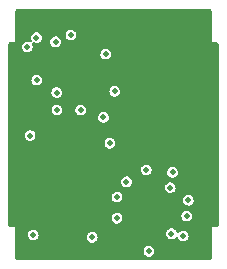
<source format=gbr>
%TF.GenerationSoftware,KiCad,Pcbnew,6.0.7-f9a2dced07~116~ubuntu20.04.1*%
%TF.CreationDate,2022-09-18T16:57:55+02:00*%
%TF.ProjectId,SRRReceiver,53525252-6563-4656-9976-65722e6b6963,rev?*%
%TF.SameCoordinates,Original*%
%TF.FileFunction,Copper,L2,Inr*%
%TF.FilePolarity,Positive*%
%FSLAX46Y46*%
G04 Gerber Fmt 4.6, Leading zero omitted, Abs format (unit mm)*
G04 Created by KiCad (PCBNEW 6.0.7-f9a2dced07~116~ubuntu20.04.1) date 2022-09-18 16:57:55*
%MOMM*%
%LPD*%
G01*
G04 APERTURE LIST*
%TA.AperFunction,ComponentPad*%
%ADD10R,0.500000X0.900000*%
%TD*%
%TA.AperFunction,ViaPad*%
%ADD11C,0.500000*%
%TD*%
G04 APERTURE END LIST*
D10*
%TO.N,GND*%
%TO.C,AE2*%
X133000000Y-82550000D03*
%TD*%
%TO.N,GND*%
%TO.C,AE1*%
X115600000Y-95900000D03*
%TD*%
D11*
%TO.N,GND*%
X130300000Y-79250000D03*
X120300000Y-83300000D03*
X130300000Y-99300000D03*
X127100000Y-96000000D03*
X130250000Y-80400000D03*
X116500000Y-98400000D03*
X128700000Y-85700000D03*
X126850000Y-80350000D03*
X116400000Y-92600000D03*
X118874500Y-98600000D03*
X131932578Y-87123938D03*
X125100000Y-79200000D03*
X124200000Y-90700000D03*
X128750000Y-81250000D03*
X116600000Y-79200000D03*
X126300000Y-79200000D03*
X117800000Y-92000000D03*
X116400000Y-91500000D03*
X116075500Y-82700000D03*
X131800000Y-94600000D03*
X121150000Y-83300000D03*
X125650000Y-85350000D03*
X127700000Y-79200000D03*
X118000000Y-79200000D03*
X119900000Y-79200000D03*
X116500000Y-97400000D03*
X131600000Y-81500000D03*
X127850000Y-86250000D03*
X121150000Y-84200000D03*
X116600000Y-89000000D03*
X116400000Y-90400000D03*
X129968767Y-92881233D03*
X122500000Y-93900000D03*
X131800000Y-91500000D03*
X128100000Y-96000000D03*
X118600000Y-86200000D03*
X131800000Y-90400000D03*
X131650000Y-79250000D03*
X131100000Y-89300000D03*
X116300000Y-94900000D03*
X131989502Y-86000000D03*
X131650000Y-80400000D03*
X117600000Y-99400000D03*
X116500000Y-99400000D03*
X132000000Y-99200000D03*
X128850000Y-82350000D03*
X116600000Y-80200000D03*
X130900000Y-97400000D03*
X117800000Y-80000000D03*
X122200000Y-79200000D03*
X116200000Y-86850000D03*
X120900000Y-91700000D03*
X120300000Y-84200000D03*
X118750000Y-94100000D03*
X127100000Y-95100000D03*
X130300000Y-91500000D03*
X131600000Y-82550000D03*
X128050000Y-81600000D03*
X132000000Y-98100000D03*
X121700000Y-98800000D03*
X131100000Y-88100000D03*
X129100000Y-79250000D03*
X127750000Y-80350000D03*
X117050000Y-92100000D03*
X123800000Y-79200000D03*
X127100000Y-91450000D03*
X128100000Y-95100000D03*
X120700000Y-93900000D03*
X131100000Y-98600000D03*
X125200000Y-82300000D03*
X121000000Y-79600000D03*
X129100000Y-90400000D03*
X129100000Y-80350000D03*
%TO.N,SPI2_MOSI*%
X129200000Y-97600000D03*
%TO.N,SPI2_NSS*%
X129300000Y-92400000D03*
%TO.N,VDD*%
X124409502Y-85550000D03*
X125400000Y-93200000D03*
X124600000Y-96300000D03*
X123450000Y-87750000D03*
X127300000Y-99100000D03*
X127068951Y-92198355D03*
X117800000Y-84600000D03*
X130635298Y-94764702D03*
X124600000Y-94500000D03*
X121522266Y-87122266D03*
X123637500Y-82387500D03*
X122500000Y-97900000D03*
X120700000Y-80778732D03*
%TO.N,SPI2_SCK*%
X130200000Y-97800000D03*
%TO.N,SPI1_SCK*%
X117775500Y-81000000D03*
%TO.N,SPI1_MISO*%
X117000000Y-81800000D03*
%TO.N,SPI1_NSS*%
X119509436Y-87121902D03*
%TO.N,SPI2_MISO*%
X130500000Y-96100000D03*
X124000000Y-89950000D03*
%TO.N,SPI1_MOSI*%
X119400000Y-81350000D03*
%TO.N,GD0_INT_2*%
X129100000Y-93700000D03*
X117500000Y-97700000D03*
%TO.N,GD0_INT_1*%
X117236803Y-89289456D03*
X119500000Y-85650000D03*
%TD*%
%TA.AperFunction,Conductor*%
%TO.N,GND*%
G36*
X132541121Y-78621002D02*
G01*
X132587614Y-78674658D01*
X132599000Y-78727000D01*
X132599000Y-81399802D01*
X132598918Y-81400000D01*
X132599000Y-81400198D01*
X132599235Y-81400765D01*
X132600000Y-81401082D01*
X132600198Y-81401000D01*
X133074000Y-81401000D01*
X133142121Y-81421002D01*
X133188614Y-81474658D01*
X133200000Y-81527000D01*
X133200000Y-96873000D01*
X133179998Y-96941121D01*
X133126342Y-96987614D01*
X133074000Y-96999000D01*
X132600198Y-96999000D01*
X132600000Y-96998918D01*
X132599802Y-96999000D01*
X132599235Y-96999235D01*
X132598918Y-97000000D01*
X132599000Y-97000198D01*
X132599000Y-99673000D01*
X132578998Y-99741121D01*
X132525342Y-99787614D01*
X132473000Y-99799000D01*
X127390153Y-99799000D01*
X127322032Y-99778998D01*
X127301443Y-99755237D01*
X127291797Y-99769676D01*
X127226702Y-99798017D01*
X127210990Y-99799000D01*
X116127000Y-99799000D01*
X116058879Y-99778998D01*
X116012386Y-99725342D01*
X116001000Y-99673000D01*
X116001000Y-99094440D01*
X126844901Y-99094440D01*
X126846065Y-99103342D01*
X126846065Y-99103345D01*
X126860468Y-99213489D01*
X126860469Y-99213493D01*
X126861633Y-99222394D01*
X126913605Y-99340510D01*
X126996639Y-99439291D01*
X127104060Y-99510796D01*
X127227233Y-99549278D01*
X127232720Y-99549379D01*
X127295182Y-99579257D01*
X127300108Y-99587230D01*
X127357011Y-99551437D01*
X127472092Y-99520062D01*
X127472093Y-99520062D01*
X127480755Y-99517700D01*
X127488405Y-99513003D01*
X127488407Y-99513002D01*
X127583072Y-99454878D01*
X127583075Y-99454875D01*
X127590724Y-99450179D01*
X127596750Y-99443522D01*
X127671300Y-99361161D01*
X127671303Y-99361157D01*
X127677322Y-99354507D01*
X127733588Y-99238375D01*
X127754997Y-99111120D01*
X127755133Y-99100000D01*
X127736839Y-98972259D01*
X127683428Y-98854788D01*
X127599193Y-98757028D01*
X127490906Y-98686841D01*
X127482311Y-98684271D01*
X127482310Y-98684270D01*
X127375874Y-98652438D01*
X127375872Y-98652438D01*
X127367273Y-98649866D01*
X127358298Y-98649811D01*
X127358297Y-98649811D01*
X127303641Y-98649477D01*
X127238231Y-98649078D01*
X127226475Y-98652438D01*
X127122786Y-98682072D01*
X127122784Y-98682073D01*
X127114155Y-98684539D01*
X127005019Y-98753399D01*
X126919596Y-98850122D01*
X126915782Y-98858245D01*
X126915781Y-98858247D01*
X126889794Y-98913598D01*
X126864754Y-98966932D01*
X126863374Y-98975798D01*
X126846282Y-99085567D01*
X126846282Y-99085571D01*
X126844901Y-99094440D01*
X116001000Y-99094440D01*
X116001000Y-97694440D01*
X117044901Y-97694440D01*
X117046065Y-97703342D01*
X117046065Y-97703345D01*
X117060468Y-97813489D01*
X117060469Y-97813493D01*
X117061633Y-97822394D01*
X117113605Y-97940510D01*
X117119382Y-97947383D01*
X117119383Y-97947384D01*
X117188431Y-98029526D01*
X117196639Y-98039291D01*
X117304060Y-98110796D01*
X117372858Y-98132290D01*
X117418124Y-98146432D01*
X117427233Y-98149278D01*
X117436203Y-98149442D01*
X117436207Y-98149443D01*
X117494942Y-98150519D01*
X117556255Y-98151643D01*
X117627240Y-98132290D01*
X117672092Y-98120062D01*
X117672093Y-98120062D01*
X117680755Y-98117700D01*
X117688405Y-98113003D01*
X117688407Y-98113002D01*
X117783072Y-98054878D01*
X117783075Y-98054875D01*
X117790724Y-98050179D01*
X117799476Y-98040510D01*
X117871300Y-97961161D01*
X117871303Y-97961157D01*
X117877322Y-97954507D01*
X117906424Y-97894440D01*
X122044901Y-97894440D01*
X122046065Y-97903342D01*
X122046065Y-97903345D01*
X122060468Y-98013489D01*
X122060469Y-98013493D01*
X122061633Y-98022394D01*
X122073535Y-98049443D01*
X122101709Y-98113473D01*
X122113605Y-98140510D01*
X122119382Y-98147383D01*
X122119383Y-98147384D01*
X122172686Y-98210796D01*
X122196639Y-98239291D01*
X122304060Y-98310796D01*
X122427233Y-98349278D01*
X122436203Y-98349442D01*
X122436207Y-98349443D01*
X122494942Y-98350519D01*
X122556255Y-98351643D01*
X122618505Y-98334671D01*
X122672092Y-98320062D01*
X122672093Y-98320062D01*
X122680755Y-98317700D01*
X122688405Y-98313003D01*
X122688407Y-98313002D01*
X122783072Y-98254878D01*
X122783075Y-98254875D01*
X122790724Y-98250179D01*
X122796750Y-98243522D01*
X122871300Y-98161161D01*
X122871303Y-98161157D01*
X122877322Y-98154507D01*
X122933588Y-98038375D01*
X122937067Y-98017700D01*
X122954190Y-97915917D01*
X122954997Y-97911120D01*
X122955133Y-97900000D01*
X122944019Y-97822394D01*
X122938112Y-97781145D01*
X122938111Y-97781142D01*
X122936839Y-97772259D01*
X122901457Y-97694440D01*
X122887145Y-97662962D01*
X122887143Y-97662959D01*
X122883428Y-97654788D01*
X122857625Y-97624842D01*
X122831429Y-97594440D01*
X128744901Y-97594440D01*
X128746065Y-97603342D01*
X128746065Y-97603345D01*
X128760468Y-97713489D01*
X128760469Y-97713493D01*
X128761633Y-97722394D01*
X128765250Y-97730614D01*
X128801716Y-97813489D01*
X128813605Y-97840510D01*
X128819382Y-97847383D01*
X128819383Y-97847384D01*
X128882879Y-97922922D01*
X128896639Y-97939291D01*
X129004060Y-98010796D01*
X129072858Y-98032290D01*
X129118124Y-98046432D01*
X129127233Y-98049278D01*
X129136203Y-98049442D01*
X129136207Y-98049443D01*
X129194942Y-98050519D01*
X129256255Y-98051643D01*
X129363538Y-98022394D01*
X129372092Y-98020062D01*
X129372093Y-98020062D01*
X129380755Y-98017700D01*
X129388405Y-98013003D01*
X129388407Y-98013002D01*
X129483072Y-97954878D01*
X129483075Y-97954875D01*
X129490724Y-97950179D01*
X129551379Y-97883168D01*
X129611920Y-97846089D01*
X129682900Y-97847626D01*
X129741781Y-97887294D01*
X129760434Y-97922922D01*
X129761633Y-97922394D01*
X129801716Y-98013489D01*
X129813605Y-98040510D01*
X129819382Y-98047383D01*
X129819383Y-98047384D01*
X129872686Y-98110796D01*
X129896639Y-98139291D01*
X130004060Y-98210796D01*
X130127233Y-98249278D01*
X130136203Y-98249442D01*
X130136207Y-98249443D01*
X130194942Y-98250519D01*
X130256255Y-98251643D01*
X130326782Y-98232415D01*
X130372092Y-98220062D01*
X130372093Y-98220062D01*
X130380755Y-98217700D01*
X130388405Y-98213003D01*
X130388407Y-98213002D01*
X130483072Y-98154878D01*
X130483075Y-98154875D01*
X130490724Y-98150179D01*
X130499476Y-98140510D01*
X130571300Y-98061161D01*
X130571303Y-98061157D01*
X130577322Y-98054507D01*
X130633588Y-97938375D01*
X130637367Y-97915917D01*
X130654190Y-97815917D01*
X130654997Y-97811120D01*
X130655133Y-97800000D01*
X130644019Y-97722394D01*
X130638112Y-97681145D01*
X130638111Y-97681142D01*
X130636839Y-97672259D01*
X130630468Y-97658247D01*
X130587145Y-97562962D01*
X130587143Y-97562959D01*
X130583428Y-97554788D01*
X130548529Y-97514286D01*
X130505051Y-97463826D01*
X130505049Y-97463824D01*
X130499193Y-97457028D01*
X130390906Y-97386841D01*
X130382311Y-97384271D01*
X130382310Y-97384270D01*
X130275874Y-97352438D01*
X130275872Y-97352438D01*
X130267273Y-97349866D01*
X130258298Y-97349811D01*
X130258297Y-97349811D01*
X130203641Y-97349477D01*
X130138231Y-97349078D01*
X130089652Y-97362962D01*
X130022786Y-97382072D01*
X130022784Y-97382073D01*
X130014155Y-97384539D01*
X130006565Y-97389328D01*
X129913600Y-97447985D01*
X129905019Y-97453399D01*
X129885237Y-97475798D01*
X129849656Y-97516085D01*
X129789570Y-97553903D01*
X129718576Y-97553232D01*
X129659215Y-97514286D01*
X129636942Y-97472978D01*
X129636839Y-97472259D01*
X129603985Y-97400000D01*
X129587145Y-97362962D01*
X129587143Y-97362959D01*
X129583428Y-97354788D01*
X129557625Y-97324842D01*
X129505051Y-97263826D01*
X129505049Y-97263824D01*
X129499193Y-97257028D01*
X129390906Y-97186841D01*
X129382311Y-97184271D01*
X129382310Y-97184270D01*
X129275874Y-97152438D01*
X129275872Y-97152438D01*
X129267273Y-97149866D01*
X129258298Y-97149811D01*
X129258297Y-97149811D01*
X129203641Y-97149477D01*
X129138231Y-97149078D01*
X129126475Y-97152438D01*
X129022786Y-97182072D01*
X129022784Y-97182073D01*
X129014155Y-97184539D01*
X128905019Y-97253399D01*
X128899076Y-97260128D01*
X128899075Y-97260129D01*
X128871174Y-97291721D01*
X128819596Y-97350122D01*
X128815782Y-97358245D01*
X128815781Y-97358247D01*
X128801189Y-97389328D01*
X128764754Y-97466932D01*
X128757381Y-97514286D01*
X128746282Y-97585567D01*
X128746282Y-97585571D01*
X128744901Y-97594440D01*
X122831429Y-97594440D01*
X122805051Y-97563826D01*
X122805049Y-97563824D01*
X122799193Y-97557028D01*
X122690906Y-97486841D01*
X122682311Y-97484271D01*
X122682310Y-97484270D01*
X122575874Y-97452438D01*
X122575872Y-97452438D01*
X122567273Y-97449866D01*
X122558298Y-97449811D01*
X122558297Y-97449811D01*
X122503641Y-97449477D01*
X122438231Y-97449078D01*
X122376193Y-97466808D01*
X122322786Y-97482072D01*
X122322784Y-97482073D01*
X122314155Y-97484539D01*
X122306565Y-97489328D01*
X122213600Y-97547985D01*
X122205019Y-97553399D01*
X122199076Y-97560128D01*
X122199075Y-97560129D01*
X122176609Y-97585567D01*
X122119596Y-97650122D01*
X122115782Y-97658245D01*
X122115781Y-97658247D01*
X122096178Y-97700000D01*
X122064754Y-97766932D01*
X122058849Y-97804859D01*
X122046282Y-97885567D01*
X122046282Y-97885571D01*
X122044901Y-97894440D01*
X117906424Y-97894440D01*
X117933588Y-97838375D01*
X117937367Y-97815917D01*
X117954190Y-97715917D01*
X117954997Y-97711120D01*
X117955133Y-97700000D01*
X117947026Y-97643394D01*
X117938112Y-97581145D01*
X117938111Y-97581142D01*
X117936839Y-97572259D01*
X117929914Y-97557028D01*
X117887145Y-97462962D01*
X117887143Y-97462959D01*
X117883428Y-97454788D01*
X117836220Y-97400000D01*
X117805051Y-97363826D01*
X117805049Y-97363824D01*
X117799193Y-97357028D01*
X117690906Y-97286841D01*
X117682311Y-97284271D01*
X117682310Y-97284270D01*
X117575874Y-97252438D01*
X117575872Y-97252438D01*
X117567273Y-97249866D01*
X117558298Y-97249811D01*
X117558297Y-97249811D01*
X117503641Y-97249477D01*
X117438231Y-97249078D01*
X117386629Y-97263826D01*
X117322786Y-97282072D01*
X117322784Y-97282073D01*
X117314155Y-97284539D01*
X117306565Y-97289328D01*
X117213600Y-97347985D01*
X117205019Y-97353399D01*
X117199076Y-97360128D01*
X117199075Y-97360129D01*
X117171174Y-97391721D01*
X117119596Y-97450122D01*
X117115782Y-97458245D01*
X117115781Y-97458247D01*
X117101189Y-97489328D01*
X117064754Y-97566932D01*
X117057874Y-97611120D01*
X117046282Y-97685567D01*
X117046282Y-97685571D01*
X117044901Y-97694440D01*
X116001000Y-97694440D01*
X116001000Y-97000198D01*
X116001082Y-97000000D01*
X116000765Y-96999235D01*
X116000198Y-96999000D01*
X116000000Y-96998918D01*
X115999802Y-96999000D01*
X115526000Y-96999000D01*
X115457879Y-96978998D01*
X115411386Y-96925342D01*
X115400000Y-96873000D01*
X115400000Y-96294440D01*
X124144901Y-96294440D01*
X124146065Y-96303342D01*
X124146065Y-96303345D01*
X124160468Y-96413489D01*
X124160469Y-96413493D01*
X124161633Y-96422394D01*
X124171258Y-96444268D01*
X124201709Y-96513473D01*
X124213605Y-96540510D01*
X124219382Y-96547383D01*
X124219383Y-96547384D01*
X124222963Y-96551643D01*
X124296639Y-96639291D01*
X124404060Y-96710796D01*
X124527233Y-96749278D01*
X124536203Y-96749442D01*
X124536207Y-96749443D01*
X124594942Y-96750519D01*
X124656255Y-96751643D01*
X124718505Y-96734672D01*
X124772092Y-96720062D01*
X124772093Y-96720062D01*
X124780755Y-96717700D01*
X124788405Y-96713003D01*
X124788407Y-96713002D01*
X124883072Y-96654878D01*
X124883075Y-96654875D01*
X124890724Y-96650179D01*
X124896750Y-96643522D01*
X124971300Y-96561161D01*
X124971303Y-96561157D01*
X124977322Y-96554507D01*
X125033588Y-96438375D01*
X125054997Y-96311120D01*
X125055133Y-96300000D01*
X125036839Y-96172259D01*
X125001457Y-96094440D01*
X130044901Y-96094440D01*
X130046065Y-96103342D01*
X130046065Y-96103345D01*
X130060468Y-96213489D01*
X130060469Y-96213493D01*
X130061633Y-96222394D01*
X130113605Y-96340510D01*
X130119382Y-96347383D01*
X130119383Y-96347384D01*
X130188431Y-96429526D01*
X130196639Y-96439291D01*
X130304060Y-96510796D01*
X130372858Y-96532290D01*
X130418124Y-96546432D01*
X130427233Y-96549278D01*
X130436203Y-96549442D01*
X130436207Y-96549443D01*
X130494942Y-96550519D01*
X130556255Y-96551643D01*
X130627240Y-96532290D01*
X130672092Y-96520062D01*
X130672093Y-96520062D01*
X130680755Y-96517700D01*
X130688405Y-96513003D01*
X130688407Y-96513002D01*
X130783072Y-96454878D01*
X130783075Y-96454875D01*
X130790724Y-96450179D01*
X130796750Y-96443522D01*
X130871300Y-96361161D01*
X130871303Y-96361157D01*
X130877322Y-96354507D01*
X130933588Y-96238375D01*
X130946086Y-96164090D01*
X130954190Y-96115917D01*
X130954997Y-96111120D01*
X130955133Y-96100000D01*
X130936839Y-95972259D01*
X130926086Y-95948608D01*
X130887145Y-95862962D01*
X130887143Y-95862959D01*
X130883428Y-95854788D01*
X130799193Y-95757028D01*
X130690906Y-95686841D01*
X130682311Y-95684271D01*
X130682310Y-95684270D01*
X130575874Y-95652438D01*
X130575872Y-95652438D01*
X130567273Y-95649866D01*
X130558298Y-95649811D01*
X130558297Y-95649811D01*
X130503641Y-95649477D01*
X130438231Y-95649078D01*
X130426475Y-95652438D01*
X130322786Y-95682072D01*
X130322784Y-95682073D01*
X130314155Y-95684539D01*
X130205019Y-95753399D01*
X130119596Y-95850122D01*
X130115782Y-95858245D01*
X130115781Y-95858247D01*
X130101189Y-95889328D01*
X130064754Y-95966932D01*
X130063374Y-95975798D01*
X130046282Y-96085567D01*
X130046282Y-96085571D01*
X130044901Y-96094440D01*
X125001457Y-96094440D01*
X124987145Y-96062962D01*
X124987143Y-96062959D01*
X124983428Y-96054788D01*
X124957625Y-96024842D01*
X124905051Y-95963826D01*
X124905049Y-95963824D01*
X124899193Y-95957028D01*
X124790906Y-95886841D01*
X124782311Y-95884271D01*
X124782310Y-95884270D01*
X124675874Y-95852438D01*
X124675872Y-95852438D01*
X124667273Y-95849866D01*
X124658298Y-95849811D01*
X124658297Y-95849811D01*
X124603641Y-95849477D01*
X124538231Y-95849078D01*
X124489652Y-95862962D01*
X124422786Y-95882072D01*
X124422784Y-95882073D01*
X124414155Y-95884539D01*
X124305019Y-95953399D01*
X124299076Y-95960128D01*
X124299075Y-95960129D01*
X124231351Y-96036812D01*
X124219596Y-96050122D01*
X124215782Y-96058245D01*
X124215781Y-96058247D01*
X124196178Y-96100000D01*
X124164754Y-96166932D01*
X124163374Y-96175798D01*
X124146282Y-96285567D01*
X124146282Y-96285571D01*
X124144901Y-96294440D01*
X115400000Y-96294440D01*
X115400000Y-94494440D01*
X124144901Y-94494440D01*
X124146065Y-94503342D01*
X124146065Y-94503345D01*
X124160468Y-94613489D01*
X124160469Y-94613493D01*
X124161633Y-94622394D01*
X124213605Y-94740510D01*
X124296639Y-94839291D01*
X124404060Y-94910796D01*
X124527233Y-94949278D01*
X124536203Y-94949442D01*
X124536207Y-94949443D01*
X124594942Y-94950519D01*
X124656255Y-94951643D01*
X124718505Y-94934671D01*
X124772092Y-94920062D01*
X124772093Y-94920062D01*
X124780755Y-94917700D01*
X124788405Y-94913003D01*
X124788407Y-94913002D01*
X124883072Y-94854878D01*
X124883075Y-94854875D01*
X124890724Y-94850179D01*
X124896750Y-94843522D01*
X124971300Y-94761161D01*
X124971303Y-94761157D01*
X124973127Y-94759142D01*
X130180199Y-94759142D01*
X130181363Y-94768044D01*
X130181363Y-94768047D01*
X130195766Y-94878191D01*
X130195767Y-94878195D01*
X130196931Y-94887096D01*
X130248903Y-95005212D01*
X130331937Y-95103993D01*
X130439358Y-95175498D01*
X130562531Y-95213980D01*
X130571501Y-95214144D01*
X130571505Y-95214145D01*
X130630240Y-95215221D01*
X130691553Y-95216345D01*
X130753803Y-95199373D01*
X130807390Y-95184764D01*
X130807391Y-95184764D01*
X130816053Y-95182402D01*
X130823703Y-95177705D01*
X130823705Y-95177704D01*
X130918370Y-95119580D01*
X130918373Y-95119577D01*
X130926022Y-95114881D01*
X130932048Y-95108224D01*
X131006598Y-95025863D01*
X131006601Y-95025859D01*
X131012620Y-95019209D01*
X131068886Y-94903077D01*
X131077786Y-94850179D01*
X131089488Y-94780619D01*
X131090295Y-94775822D01*
X131090431Y-94764702D01*
X131072137Y-94636961D01*
X131018726Y-94519490D01*
X130934491Y-94421730D01*
X130826204Y-94351543D01*
X130817609Y-94348973D01*
X130817608Y-94348972D01*
X130711172Y-94317140D01*
X130711170Y-94317140D01*
X130702571Y-94314568D01*
X130693596Y-94314513D01*
X130693595Y-94314513D01*
X130638939Y-94314179D01*
X130573529Y-94313780D01*
X130561773Y-94317140D01*
X130458084Y-94346774D01*
X130458082Y-94346775D01*
X130449453Y-94349241D01*
X130340317Y-94418101D01*
X130254894Y-94514824D01*
X130251080Y-94522947D01*
X130251079Y-94522949D01*
X130225092Y-94578300D01*
X130200052Y-94631634D01*
X130190924Y-94690260D01*
X130181580Y-94750269D01*
X130181580Y-94750273D01*
X130180199Y-94759142D01*
X124973127Y-94759142D01*
X124977322Y-94754507D01*
X125033588Y-94638375D01*
X125054997Y-94511120D01*
X125055133Y-94500000D01*
X125047748Y-94448433D01*
X125038112Y-94381145D01*
X125038111Y-94381142D01*
X125036839Y-94372259D01*
X125027420Y-94351543D01*
X124987145Y-94262962D01*
X124987143Y-94262959D01*
X124983428Y-94254788D01*
X124899193Y-94157028D01*
X124790906Y-94086841D01*
X124782311Y-94084271D01*
X124782310Y-94084270D01*
X124675874Y-94052438D01*
X124675872Y-94052438D01*
X124667273Y-94049866D01*
X124658298Y-94049811D01*
X124658297Y-94049811D01*
X124603641Y-94049477D01*
X124538231Y-94049078D01*
X124476193Y-94066808D01*
X124422786Y-94082072D01*
X124422784Y-94082073D01*
X124414155Y-94084539D01*
X124305019Y-94153399D01*
X124219596Y-94250122D01*
X124215782Y-94258245D01*
X124215781Y-94258247D01*
X124189794Y-94313598D01*
X124164754Y-94366932D01*
X124163374Y-94375798D01*
X124146282Y-94485567D01*
X124146282Y-94485571D01*
X124144901Y-94494440D01*
X115400000Y-94494440D01*
X115400000Y-93694440D01*
X128644901Y-93694440D01*
X128646065Y-93703342D01*
X128646065Y-93703345D01*
X128660468Y-93813489D01*
X128660469Y-93813493D01*
X128661633Y-93822394D01*
X128713605Y-93940510D01*
X128796639Y-94039291D01*
X128904060Y-94110796D01*
X129027233Y-94149278D01*
X129036203Y-94149442D01*
X129036207Y-94149443D01*
X129094942Y-94150519D01*
X129156255Y-94151643D01*
X129218505Y-94134671D01*
X129272092Y-94120062D01*
X129272093Y-94120062D01*
X129280755Y-94117700D01*
X129288405Y-94113003D01*
X129288407Y-94113002D01*
X129383072Y-94054878D01*
X129383075Y-94054875D01*
X129390724Y-94050179D01*
X129396750Y-94043522D01*
X129471300Y-93961161D01*
X129471303Y-93961157D01*
X129477322Y-93954507D01*
X129533588Y-93838375D01*
X129554997Y-93711120D01*
X129555133Y-93700000D01*
X129543347Y-93617700D01*
X129538112Y-93581145D01*
X129538111Y-93581142D01*
X129536839Y-93572259D01*
X129530724Y-93558809D01*
X129487145Y-93462962D01*
X129487143Y-93462959D01*
X129483428Y-93454788D01*
X129399193Y-93357028D01*
X129290906Y-93286841D01*
X129282311Y-93284271D01*
X129282310Y-93284270D01*
X129175874Y-93252438D01*
X129175872Y-93252438D01*
X129167273Y-93249866D01*
X129158298Y-93249811D01*
X129158297Y-93249811D01*
X129103641Y-93249477D01*
X129038231Y-93249078D01*
X129026475Y-93252438D01*
X128922786Y-93282072D01*
X128922784Y-93282073D01*
X128914155Y-93284539D01*
X128805019Y-93353399D01*
X128719596Y-93450122D01*
X128715782Y-93458245D01*
X128715781Y-93458247D01*
X128689794Y-93513598D01*
X128664754Y-93566932D01*
X128657581Y-93613002D01*
X128646282Y-93685567D01*
X128646282Y-93685571D01*
X128644901Y-93694440D01*
X115400000Y-93694440D01*
X115400000Y-93194440D01*
X124944901Y-93194440D01*
X124946065Y-93203342D01*
X124946065Y-93203345D01*
X124960468Y-93313489D01*
X124960469Y-93313493D01*
X124961633Y-93322394D01*
X125013605Y-93440510D01*
X125096639Y-93539291D01*
X125204060Y-93610796D01*
X125327233Y-93649278D01*
X125336203Y-93649442D01*
X125336207Y-93649443D01*
X125394942Y-93650519D01*
X125456255Y-93651643D01*
X125518505Y-93634671D01*
X125572092Y-93620062D01*
X125572093Y-93620062D01*
X125580755Y-93617700D01*
X125588405Y-93613003D01*
X125588407Y-93613002D01*
X125683072Y-93554878D01*
X125683075Y-93554875D01*
X125690724Y-93550179D01*
X125696750Y-93543522D01*
X125771300Y-93461161D01*
X125771303Y-93461157D01*
X125777322Y-93454507D01*
X125833588Y-93338375D01*
X125842691Y-93284270D01*
X125854190Y-93215917D01*
X125854997Y-93211120D01*
X125855133Y-93200000D01*
X125836839Y-93072259D01*
X125783428Y-92954788D01*
X125699193Y-92857028D01*
X125590906Y-92786841D01*
X125582311Y-92784271D01*
X125582310Y-92784270D01*
X125475874Y-92752438D01*
X125475872Y-92752438D01*
X125467273Y-92749866D01*
X125458298Y-92749811D01*
X125458297Y-92749811D01*
X125403641Y-92749477D01*
X125338231Y-92749078D01*
X125276193Y-92766809D01*
X125222786Y-92782072D01*
X125222784Y-92782073D01*
X125214155Y-92784539D01*
X125105019Y-92853399D01*
X125019596Y-92950122D01*
X125015782Y-92958245D01*
X125015781Y-92958247D01*
X124989794Y-93013598D01*
X124964754Y-93066932D01*
X124963374Y-93075798D01*
X124946282Y-93185567D01*
X124946282Y-93185571D01*
X124944901Y-93194440D01*
X115400000Y-93194440D01*
X115400000Y-92192795D01*
X126613852Y-92192795D01*
X126615016Y-92201697D01*
X126615016Y-92201700D01*
X126629419Y-92311844D01*
X126629420Y-92311848D01*
X126630584Y-92320749D01*
X126682556Y-92438865D01*
X126765590Y-92537646D01*
X126873011Y-92609151D01*
X126996184Y-92647633D01*
X127005154Y-92647797D01*
X127005158Y-92647798D01*
X127063893Y-92648874D01*
X127125206Y-92649998D01*
X127190157Y-92632290D01*
X127241043Y-92618417D01*
X127241044Y-92618417D01*
X127249706Y-92616055D01*
X127257356Y-92611358D01*
X127257358Y-92611357D01*
X127352023Y-92553233D01*
X127352026Y-92553230D01*
X127359675Y-92548534D01*
X127365701Y-92541877D01*
X127440251Y-92459516D01*
X127440254Y-92459512D01*
X127446273Y-92452862D01*
X127474578Y-92394440D01*
X128844901Y-92394440D01*
X128846065Y-92403342D01*
X128846065Y-92403345D01*
X128860468Y-92513489D01*
X128860469Y-92513493D01*
X128861633Y-92522394D01*
X128913605Y-92640510D01*
X128996639Y-92739291D01*
X129104060Y-92810796D01*
X129227233Y-92849278D01*
X129236203Y-92849442D01*
X129236207Y-92849443D01*
X129294942Y-92850519D01*
X129356255Y-92851643D01*
X129418505Y-92834671D01*
X129472092Y-92820062D01*
X129472093Y-92820062D01*
X129480755Y-92817700D01*
X129488405Y-92813003D01*
X129488407Y-92813002D01*
X129583072Y-92754878D01*
X129583075Y-92754875D01*
X129590724Y-92750179D01*
X129596750Y-92743522D01*
X129671300Y-92661161D01*
X129671303Y-92661157D01*
X129677322Y-92654507D01*
X129733588Y-92538375D01*
X129747975Y-92452862D01*
X129754190Y-92415917D01*
X129754997Y-92411120D01*
X129755133Y-92400000D01*
X129744805Y-92327881D01*
X129738112Y-92281145D01*
X129738111Y-92281142D01*
X129736839Y-92272259D01*
X129708293Y-92209475D01*
X129687145Y-92162962D01*
X129687143Y-92162959D01*
X129683428Y-92154788D01*
X129613949Y-92074153D01*
X129605051Y-92063826D01*
X129605049Y-92063824D01*
X129599193Y-92057028D01*
X129490906Y-91986841D01*
X129482311Y-91984271D01*
X129482310Y-91984270D01*
X129375874Y-91952438D01*
X129375872Y-91952438D01*
X129367273Y-91949866D01*
X129358298Y-91949811D01*
X129358297Y-91949811D01*
X129303641Y-91949477D01*
X129238231Y-91949078D01*
X129176193Y-91966809D01*
X129122786Y-91982072D01*
X129122784Y-91982073D01*
X129114155Y-91984539D01*
X129005019Y-92053399D01*
X128999076Y-92060128D01*
X128999075Y-92060129D01*
X128981967Y-92079500D01*
X128919596Y-92150122D01*
X128915782Y-92158245D01*
X128915781Y-92158247D01*
X128903727Y-92183922D01*
X128864754Y-92266932D01*
X128863374Y-92275798D01*
X128846282Y-92385567D01*
X128846282Y-92385571D01*
X128844901Y-92394440D01*
X127474578Y-92394440D01*
X127502539Y-92336730D01*
X127511891Y-92281145D01*
X127523141Y-92214272D01*
X127523948Y-92209475D01*
X127524084Y-92198355D01*
X127505790Y-92070614D01*
X127497394Y-92052148D01*
X127456096Y-91961317D01*
X127456094Y-91961314D01*
X127452379Y-91953143D01*
X127368144Y-91855383D01*
X127259857Y-91785196D01*
X127251262Y-91782626D01*
X127251261Y-91782625D01*
X127144825Y-91750793D01*
X127144823Y-91750793D01*
X127136224Y-91748221D01*
X127127249Y-91748166D01*
X127127248Y-91748166D01*
X127072592Y-91747832D01*
X127007182Y-91747433D01*
X126995426Y-91750793D01*
X126891737Y-91780427D01*
X126891735Y-91780428D01*
X126883106Y-91782894D01*
X126773970Y-91851754D01*
X126688547Y-91948477D01*
X126684733Y-91956600D01*
X126684732Y-91956602D01*
X126668244Y-91991721D01*
X126633705Y-92065287D01*
X126632325Y-92074153D01*
X126615233Y-92183922D01*
X126615233Y-92183926D01*
X126613852Y-92192795D01*
X115400000Y-92192795D01*
X115400000Y-89944440D01*
X123544901Y-89944440D01*
X123546065Y-89953342D01*
X123546065Y-89953345D01*
X123560468Y-90063489D01*
X123560469Y-90063493D01*
X123561633Y-90072394D01*
X123613605Y-90190510D01*
X123696639Y-90289291D01*
X123804060Y-90360796D01*
X123927233Y-90399278D01*
X123936203Y-90399442D01*
X123936207Y-90399443D01*
X123994942Y-90400519D01*
X124056255Y-90401643D01*
X124118505Y-90384672D01*
X124172092Y-90370062D01*
X124172093Y-90370062D01*
X124180755Y-90367700D01*
X124188405Y-90363003D01*
X124188407Y-90363002D01*
X124283072Y-90304878D01*
X124283075Y-90304875D01*
X124290724Y-90300179D01*
X124296750Y-90293522D01*
X124371300Y-90211161D01*
X124371303Y-90211157D01*
X124377322Y-90204507D01*
X124433588Y-90088375D01*
X124454997Y-89961120D01*
X124455133Y-89950000D01*
X124436839Y-89822259D01*
X124399863Y-89740934D01*
X124387145Y-89712962D01*
X124387143Y-89712959D01*
X124383428Y-89704788D01*
X124321553Y-89632978D01*
X124305051Y-89613826D01*
X124305049Y-89613824D01*
X124299193Y-89607028D01*
X124190906Y-89536841D01*
X124182311Y-89534271D01*
X124182310Y-89534270D01*
X124075874Y-89502438D01*
X124075872Y-89502438D01*
X124067273Y-89499866D01*
X124058298Y-89499811D01*
X124058297Y-89499811D01*
X124003641Y-89499477D01*
X123938231Y-89499078D01*
X123926475Y-89502438D01*
X123822786Y-89532072D01*
X123822784Y-89532073D01*
X123814155Y-89534539D01*
X123705019Y-89603399D01*
X123699076Y-89610128D01*
X123699075Y-89610129D01*
X123678237Y-89633724D01*
X123619596Y-89700122D01*
X123615782Y-89708245D01*
X123615781Y-89708247D01*
X123601468Y-89738734D01*
X123564754Y-89816932D01*
X123563374Y-89825798D01*
X123546282Y-89935567D01*
X123546282Y-89935571D01*
X123544901Y-89944440D01*
X115400000Y-89944440D01*
X115400000Y-89283896D01*
X116781704Y-89283896D01*
X116782868Y-89292798D01*
X116782868Y-89292801D01*
X116797271Y-89402945D01*
X116797272Y-89402949D01*
X116798436Y-89411850D01*
X116802053Y-89420070D01*
X116837903Y-89501545D01*
X116850408Y-89529966D01*
X116856185Y-89536839D01*
X116856186Y-89536840D01*
X116927662Y-89621871D01*
X116933442Y-89628747D01*
X117040863Y-89700252D01*
X117164036Y-89738734D01*
X117173006Y-89738898D01*
X117173010Y-89738899D01*
X117231745Y-89739975D01*
X117293058Y-89741099D01*
X117355308Y-89724128D01*
X117408895Y-89709518D01*
X117408896Y-89709518D01*
X117417558Y-89707156D01*
X117425208Y-89702459D01*
X117425210Y-89702458D01*
X117519875Y-89644334D01*
X117519878Y-89644331D01*
X117527527Y-89639635D01*
X117533553Y-89632978D01*
X117608103Y-89550617D01*
X117608106Y-89550613D01*
X117614125Y-89543963D01*
X117670391Y-89427831D01*
X117691800Y-89300576D01*
X117691936Y-89289456D01*
X117673642Y-89161715D01*
X117620231Y-89044244D01*
X117535996Y-88946484D01*
X117427709Y-88876297D01*
X117419114Y-88873727D01*
X117419113Y-88873726D01*
X117312677Y-88841894D01*
X117312675Y-88841894D01*
X117304076Y-88839322D01*
X117295101Y-88839267D01*
X117295100Y-88839267D01*
X117240444Y-88838933D01*
X117175034Y-88838534D01*
X117163278Y-88841894D01*
X117059589Y-88871528D01*
X117059587Y-88871529D01*
X117050958Y-88873995D01*
X116941822Y-88942855D01*
X116856399Y-89039578D01*
X116852585Y-89047701D01*
X116852584Y-89047703D01*
X116826597Y-89103054D01*
X116801557Y-89156388D01*
X116800177Y-89165254D01*
X116783085Y-89275023D01*
X116783085Y-89275027D01*
X116781704Y-89283896D01*
X115400000Y-89283896D01*
X115400000Y-87744440D01*
X122994901Y-87744440D01*
X122996065Y-87753342D01*
X122996065Y-87753345D01*
X123010468Y-87863489D01*
X123010469Y-87863493D01*
X123011633Y-87872394D01*
X123063605Y-87990510D01*
X123146639Y-88089291D01*
X123254060Y-88160796D01*
X123377233Y-88199278D01*
X123386203Y-88199442D01*
X123386207Y-88199443D01*
X123444942Y-88200519D01*
X123506255Y-88201643D01*
X123568505Y-88184672D01*
X123622092Y-88170062D01*
X123622093Y-88170062D01*
X123630755Y-88167700D01*
X123638405Y-88163003D01*
X123638407Y-88163002D01*
X123733072Y-88104878D01*
X123733075Y-88104875D01*
X123740724Y-88100179D01*
X123746750Y-88093522D01*
X123821300Y-88011161D01*
X123821303Y-88011157D01*
X123827322Y-88004507D01*
X123883588Y-87888375D01*
X123904997Y-87761120D01*
X123905133Y-87750000D01*
X123886839Y-87622259D01*
X123864856Y-87573909D01*
X123837145Y-87512962D01*
X123837143Y-87512959D01*
X123833428Y-87504788D01*
X123749193Y-87407028D01*
X123640906Y-87336841D01*
X123632311Y-87334271D01*
X123632310Y-87334270D01*
X123525874Y-87302438D01*
X123525872Y-87302438D01*
X123517273Y-87299866D01*
X123508298Y-87299811D01*
X123508297Y-87299811D01*
X123453641Y-87299477D01*
X123388231Y-87299078D01*
X123376475Y-87302438D01*
X123272786Y-87332072D01*
X123272784Y-87332073D01*
X123264155Y-87334539D01*
X123256565Y-87339328D01*
X123186673Y-87383427D01*
X123155019Y-87403399D01*
X123149076Y-87410128D01*
X123149075Y-87410129D01*
X123081351Y-87486812D01*
X123069596Y-87500122D01*
X123065782Y-87508245D01*
X123065781Y-87508247D01*
X123054131Y-87533062D01*
X123014754Y-87616932D01*
X123013374Y-87625798D01*
X122996282Y-87735567D01*
X122996282Y-87735571D01*
X122994901Y-87744440D01*
X115400000Y-87744440D01*
X115400000Y-87116342D01*
X119054337Y-87116342D01*
X119055501Y-87125244D01*
X119055501Y-87125247D01*
X119069904Y-87235391D01*
X119069905Y-87235395D01*
X119071069Y-87244296D01*
X119074686Y-87252516D01*
X119111790Y-87336841D01*
X119123041Y-87362412D01*
X119128818Y-87369285D01*
X119128819Y-87369286D01*
X119163151Y-87410129D01*
X119206075Y-87461193D01*
X119213552Y-87466170D01*
X119264558Y-87500122D01*
X119313496Y-87532698D01*
X119436669Y-87571180D01*
X119445639Y-87571344D01*
X119445643Y-87571345D01*
X119504378Y-87572421D01*
X119565691Y-87573545D01*
X119627941Y-87556573D01*
X119681528Y-87541964D01*
X119681529Y-87541964D01*
X119690191Y-87539602D01*
X119697841Y-87534905D01*
X119697843Y-87534904D01*
X119792508Y-87476780D01*
X119792511Y-87476777D01*
X119800160Y-87472081D01*
X119809686Y-87461557D01*
X119880736Y-87383063D01*
X119880739Y-87383059D01*
X119886758Y-87376409D01*
X119943024Y-87260277D01*
X119945652Y-87244660D01*
X119963626Y-87137819D01*
X119964433Y-87133022D01*
X119964569Y-87121902D01*
X119963825Y-87116706D01*
X121067167Y-87116706D01*
X121068331Y-87125608D01*
X121068331Y-87125611D01*
X121082734Y-87235755D01*
X121082735Y-87235759D01*
X121083899Y-87244660D01*
X121135871Y-87362776D01*
X121141648Y-87369649D01*
X121141649Y-87369650D01*
X121175675Y-87410129D01*
X121218905Y-87461557D01*
X121326326Y-87533062D01*
X121449499Y-87571544D01*
X121458469Y-87571708D01*
X121458473Y-87571709D01*
X121517208Y-87572785D01*
X121578521Y-87573909D01*
X121640771Y-87556937D01*
X121694358Y-87542328D01*
X121694359Y-87542328D01*
X121703021Y-87539966D01*
X121710671Y-87535269D01*
X121710673Y-87535268D01*
X121805338Y-87477144D01*
X121805341Y-87477141D01*
X121812990Y-87472445D01*
X121819345Y-87465424D01*
X121893566Y-87383427D01*
X121893569Y-87383423D01*
X121899588Y-87376773D01*
X121955854Y-87260641D01*
X121977263Y-87133386D01*
X121977399Y-87122266D01*
X121959105Y-86994525D01*
X121905694Y-86877054D01*
X121821459Y-86779294D01*
X121713172Y-86709107D01*
X121704577Y-86706537D01*
X121704576Y-86706536D01*
X121598140Y-86674704D01*
X121598138Y-86674704D01*
X121589539Y-86672132D01*
X121580564Y-86672077D01*
X121580563Y-86672077D01*
X121525907Y-86671743D01*
X121460497Y-86671344D01*
X121448741Y-86674704D01*
X121345052Y-86704338D01*
X121345050Y-86704339D01*
X121336421Y-86706805D01*
X121227285Y-86775665D01*
X121221342Y-86782394D01*
X121221341Y-86782395D01*
X121218076Y-86786092D01*
X121141862Y-86872388D01*
X121138048Y-86880511D01*
X121138047Y-86880513D01*
X121112060Y-86935864D01*
X121087020Y-86989198D01*
X121085640Y-86998064D01*
X121068548Y-87107833D01*
X121068548Y-87107837D01*
X121067167Y-87116706D01*
X119963825Y-87116706D01*
X119946275Y-86994161D01*
X119940160Y-86980711D01*
X119896581Y-86884864D01*
X119896579Y-86884861D01*
X119892864Y-86876690D01*
X119867061Y-86846744D01*
X119814487Y-86785728D01*
X119814485Y-86785726D01*
X119808629Y-86778930D01*
X119700342Y-86708743D01*
X119691747Y-86706173D01*
X119691746Y-86706172D01*
X119585310Y-86674340D01*
X119585308Y-86674340D01*
X119576709Y-86671768D01*
X119567734Y-86671713D01*
X119567733Y-86671713D01*
X119513077Y-86671379D01*
X119447667Y-86670980D01*
X119385629Y-86688711D01*
X119332222Y-86703974D01*
X119332220Y-86703975D01*
X119323591Y-86706441D01*
X119214455Y-86775301D01*
X119208512Y-86782030D01*
X119208511Y-86782031D01*
X119140787Y-86858714D01*
X119129032Y-86872024D01*
X119125218Y-86880147D01*
X119125217Y-86880149D01*
X119099230Y-86935500D01*
X119074190Y-86988834D01*
X119065062Y-87047460D01*
X119055718Y-87107469D01*
X119055718Y-87107473D01*
X119054337Y-87116342D01*
X115400000Y-87116342D01*
X115400000Y-85644440D01*
X119044901Y-85644440D01*
X119046065Y-85653342D01*
X119046065Y-85653345D01*
X119060468Y-85763489D01*
X119060469Y-85763493D01*
X119061633Y-85772394D01*
X119113605Y-85890510D01*
X119119382Y-85897383D01*
X119119383Y-85897384D01*
X119172686Y-85960796D01*
X119196639Y-85989291D01*
X119304060Y-86060796D01*
X119427233Y-86099278D01*
X119436203Y-86099442D01*
X119436207Y-86099443D01*
X119494942Y-86100519D01*
X119556255Y-86101643D01*
X119618505Y-86084672D01*
X119672092Y-86070062D01*
X119672093Y-86070062D01*
X119680755Y-86067700D01*
X119688405Y-86063003D01*
X119688407Y-86063002D01*
X119783072Y-86004878D01*
X119783075Y-86004875D01*
X119790724Y-86000179D01*
X119796750Y-85993522D01*
X119871300Y-85911161D01*
X119871303Y-85911157D01*
X119877322Y-85904507D01*
X119933588Y-85788375D01*
X119954997Y-85661120D01*
X119955133Y-85650000D01*
X119947748Y-85598433D01*
X119940016Y-85544440D01*
X123954403Y-85544440D01*
X123955567Y-85553342D01*
X123955567Y-85553345D01*
X123969970Y-85663489D01*
X123969971Y-85663493D01*
X123971135Y-85672394D01*
X123974752Y-85680614D01*
X124011218Y-85763489D01*
X124023107Y-85790510D01*
X124106141Y-85889291D01*
X124213562Y-85960796D01*
X124336735Y-85999278D01*
X124345705Y-85999442D01*
X124345709Y-85999443D01*
X124404444Y-86000519D01*
X124465757Y-86001643D01*
X124536284Y-85982415D01*
X124581594Y-85970062D01*
X124581595Y-85970062D01*
X124590257Y-85967700D01*
X124597907Y-85963003D01*
X124597909Y-85963002D01*
X124692574Y-85904878D01*
X124692577Y-85904875D01*
X124700226Y-85900179D01*
X124708978Y-85890510D01*
X124780802Y-85811161D01*
X124780805Y-85811157D01*
X124786824Y-85804507D01*
X124843090Y-85688375D01*
X124846869Y-85665917D01*
X124863692Y-85565917D01*
X124864499Y-85561120D01*
X124864635Y-85550000D01*
X124846341Y-85422259D01*
X124839970Y-85408247D01*
X124796647Y-85312962D01*
X124796645Y-85312959D01*
X124792930Y-85304788D01*
X124767127Y-85274842D01*
X124714553Y-85213826D01*
X124714551Y-85213824D01*
X124708695Y-85207028D01*
X124600408Y-85136841D01*
X124591813Y-85134271D01*
X124591812Y-85134270D01*
X124485376Y-85102438D01*
X124485374Y-85102438D01*
X124476775Y-85099866D01*
X124467800Y-85099811D01*
X124467799Y-85099811D01*
X124413143Y-85099477D01*
X124347733Y-85099078D01*
X124335977Y-85102438D01*
X124232288Y-85132072D01*
X124232286Y-85132073D01*
X124223657Y-85134539D01*
X124114521Y-85203399D01*
X124108578Y-85210128D01*
X124108577Y-85210129D01*
X124080676Y-85241721D01*
X124029098Y-85300122D01*
X124025284Y-85308245D01*
X124025283Y-85308247D01*
X124022664Y-85313826D01*
X123974256Y-85416932D01*
X123972876Y-85425798D01*
X123955784Y-85535567D01*
X123955784Y-85535571D01*
X123954403Y-85544440D01*
X119940016Y-85544440D01*
X119938112Y-85531145D01*
X119938111Y-85531142D01*
X119936839Y-85522259D01*
X119888950Y-85416932D01*
X119887145Y-85412962D01*
X119887143Y-85412959D01*
X119883428Y-85404788D01*
X119799193Y-85307028D01*
X119690906Y-85236841D01*
X119682311Y-85234271D01*
X119682310Y-85234270D01*
X119575874Y-85202438D01*
X119575872Y-85202438D01*
X119567273Y-85199866D01*
X119558298Y-85199811D01*
X119558297Y-85199811D01*
X119503641Y-85199477D01*
X119438231Y-85199078D01*
X119386629Y-85213826D01*
X119322786Y-85232072D01*
X119322784Y-85232073D01*
X119314155Y-85234539D01*
X119306565Y-85239328D01*
X119213600Y-85297985D01*
X119205019Y-85303399D01*
X119119596Y-85400122D01*
X119115782Y-85408245D01*
X119115781Y-85408247D01*
X119107541Y-85425798D01*
X119064754Y-85516932D01*
X119058849Y-85554859D01*
X119046282Y-85635567D01*
X119046282Y-85635571D01*
X119044901Y-85644440D01*
X115400000Y-85644440D01*
X115400000Y-84594440D01*
X117344901Y-84594440D01*
X117346065Y-84603342D01*
X117346065Y-84603345D01*
X117360468Y-84713489D01*
X117360469Y-84713493D01*
X117361633Y-84722394D01*
X117413605Y-84840510D01*
X117496639Y-84939291D01*
X117604060Y-85010796D01*
X117727233Y-85049278D01*
X117736203Y-85049442D01*
X117736207Y-85049443D01*
X117794942Y-85050519D01*
X117856255Y-85051643D01*
X117918505Y-85034671D01*
X117972092Y-85020062D01*
X117972093Y-85020062D01*
X117980755Y-85017700D01*
X117988405Y-85013003D01*
X117988407Y-85013002D01*
X118083072Y-84954878D01*
X118083075Y-84954875D01*
X118090724Y-84950179D01*
X118096750Y-84943522D01*
X118171300Y-84861161D01*
X118171303Y-84861157D01*
X118177322Y-84854507D01*
X118233588Y-84738375D01*
X118254997Y-84611120D01*
X118255133Y-84600000D01*
X118236839Y-84472259D01*
X118183428Y-84354788D01*
X118099193Y-84257028D01*
X117990906Y-84186841D01*
X117982311Y-84184271D01*
X117982310Y-84184270D01*
X117875874Y-84152438D01*
X117875872Y-84152438D01*
X117867273Y-84149866D01*
X117858298Y-84149811D01*
X117858297Y-84149811D01*
X117803641Y-84149477D01*
X117738231Y-84149078D01*
X117726475Y-84152438D01*
X117622786Y-84182072D01*
X117622784Y-84182073D01*
X117614155Y-84184539D01*
X117505019Y-84253399D01*
X117419596Y-84350122D01*
X117415782Y-84358245D01*
X117415781Y-84358247D01*
X117389794Y-84413598D01*
X117364754Y-84466932D01*
X117363374Y-84475798D01*
X117346282Y-84585567D01*
X117346282Y-84585571D01*
X117344901Y-84594440D01*
X115400000Y-84594440D01*
X115400000Y-82381940D01*
X123182401Y-82381940D01*
X123183565Y-82390842D01*
X123183565Y-82390845D01*
X123197968Y-82500989D01*
X123197969Y-82500993D01*
X123199133Y-82509894D01*
X123251105Y-82628010D01*
X123334139Y-82726791D01*
X123441560Y-82798296D01*
X123564733Y-82836778D01*
X123573703Y-82836942D01*
X123573707Y-82836943D01*
X123632442Y-82838019D01*
X123693755Y-82839143D01*
X123756005Y-82822172D01*
X123809592Y-82807562D01*
X123809593Y-82807562D01*
X123818255Y-82805200D01*
X123825905Y-82800503D01*
X123825907Y-82800502D01*
X123920572Y-82742378D01*
X123920575Y-82742375D01*
X123928224Y-82737679D01*
X123934250Y-82731022D01*
X124008800Y-82648661D01*
X124008803Y-82648657D01*
X124014822Y-82642007D01*
X124071088Y-82525875D01*
X124092497Y-82398620D01*
X124092633Y-82387500D01*
X124074339Y-82259759D01*
X124069574Y-82249278D01*
X124024645Y-82150462D01*
X124024643Y-82150459D01*
X124020928Y-82142288D01*
X123951025Y-82061161D01*
X123942551Y-82051326D01*
X123942549Y-82051324D01*
X123936693Y-82044528D01*
X123828406Y-81974341D01*
X123819811Y-81971771D01*
X123819810Y-81971770D01*
X123713374Y-81939938D01*
X123713372Y-81939938D01*
X123704773Y-81937366D01*
X123695798Y-81937311D01*
X123695797Y-81937311D01*
X123641141Y-81936977D01*
X123575731Y-81936578D01*
X123513693Y-81954309D01*
X123460286Y-81969572D01*
X123460284Y-81969573D01*
X123451655Y-81972039D01*
X123342519Y-82040899D01*
X123257096Y-82137622D01*
X123253282Y-82145745D01*
X123253281Y-82145747D01*
X123248994Y-82154878D01*
X123202254Y-82254432D01*
X123200874Y-82263298D01*
X123183782Y-82373067D01*
X123183782Y-82373071D01*
X123182401Y-82381940D01*
X115400000Y-82381940D01*
X115400000Y-81794440D01*
X116544901Y-81794440D01*
X116546065Y-81803342D01*
X116546065Y-81803345D01*
X116560468Y-81913489D01*
X116560469Y-81913493D01*
X116561633Y-81922394D01*
X116613605Y-82040510D01*
X116619382Y-82047383D01*
X116619383Y-82047384D01*
X116690859Y-82132415D01*
X116696639Y-82139291D01*
X116804060Y-82210796D01*
X116892938Y-82238564D01*
X116917730Y-82246309D01*
X116927233Y-82249278D01*
X116936203Y-82249442D01*
X116936207Y-82249443D01*
X116994942Y-82250519D01*
X117056255Y-82251643D01*
X117118505Y-82234671D01*
X117172092Y-82220062D01*
X117172093Y-82220062D01*
X117180755Y-82217700D01*
X117188405Y-82213003D01*
X117188407Y-82213002D01*
X117283072Y-82154878D01*
X117283075Y-82154875D01*
X117290724Y-82150179D01*
X117297867Y-82142288D01*
X117371300Y-82061161D01*
X117371303Y-82061157D01*
X117377322Y-82054507D01*
X117433588Y-81938375D01*
X117454997Y-81811120D01*
X117455133Y-81800000D01*
X117447748Y-81748433D01*
X117438112Y-81681145D01*
X117438111Y-81681142D01*
X117436839Y-81672259D01*
X117433125Y-81664091D01*
X117433124Y-81664087D01*
X117386895Y-81562413D01*
X117376907Y-81492122D01*
X117406508Y-81427590D01*
X117466298Y-81389306D01*
X117537294Y-81389424D01*
X117571410Y-81405371D01*
X117579560Y-81410796D01*
X117702733Y-81449278D01*
X117711703Y-81449442D01*
X117711707Y-81449443D01*
X117770442Y-81450519D01*
X117831755Y-81451643D01*
X117894005Y-81434671D01*
X117947592Y-81420062D01*
X117947593Y-81420062D01*
X117956255Y-81417700D01*
X117963905Y-81413003D01*
X117963907Y-81413002D01*
X118058572Y-81354878D01*
X118058575Y-81354875D01*
X118066224Y-81350179D01*
X118071419Y-81344440D01*
X118944901Y-81344440D01*
X118946065Y-81353342D01*
X118946065Y-81353345D01*
X118960468Y-81463489D01*
X118960469Y-81463493D01*
X118961633Y-81472394D01*
X119013605Y-81590510D01*
X119019382Y-81597383D01*
X119019383Y-81597384D01*
X119090859Y-81682415D01*
X119096639Y-81689291D01*
X119204060Y-81760796D01*
X119283347Y-81785567D01*
X119311748Y-81794440D01*
X119327233Y-81799278D01*
X119336203Y-81799442D01*
X119336207Y-81799443D01*
X119394942Y-81800519D01*
X119456255Y-81801643D01*
X119518505Y-81784671D01*
X119572092Y-81770062D01*
X119572093Y-81770062D01*
X119580755Y-81767700D01*
X119588405Y-81763003D01*
X119588407Y-81763002D01*
X119683072Y-81704878D01*
X119683075Y-81704875D01*
X119690724Y-81700179D01*
X119696750Y-81693522D01*
X119771300Y-81611161D01*
X119771303Y-81611157D01*
X119777322Y-81604507D01*
X119833588Y-81488375D01*
X119838551Y-81458879D01*
X119854190Y-81365917D01*
X119854997Y-81361120D01*
X119855065Y-81355530D01*
X119855074Y-81354859D01*
X119855074Y-81354853D01*
X119855133Y-81350000D01*
X119842410Y-81261161D01*
X119838112Y-81231145D01*
X119838111Y-81231142D01*
X119836839Y-81222259D01*
X119830724Y-81208809D01*
X119787145Y-81112962D01*
X119787143Y-81112959D01*
X119783428Y-81104788D01*
X119721778Y-81033239D01*
X119705051Y-81013826D01*
X119705049Y-81013824D01*
X119699193Y-81007028D01*
X119590906Y-80936841D01*
X119582311Y-80934271D01*
X119582310Y-80934270D01*
X119475874Y-80902438D01*
X119475872Y-80902438D01*
X119467273Y-80899866D01*
X119458298Y-80899811D01*
X119458297Y-80899811D01*
X119403641Y-80899477D01*
X119338231Y-80899078D01*
X119326475Y-80902438D01*
X119222786Y-80932072D01*
X119222784Y-80932073D01*
X119214155Y-80934539D01*
X119105019Y-81003399D01*
X119099076Y-81010128D01*
X119099075Y-81010129D01*
X119031351Y-81086812D01*
X119019596Y-81100122D01*
X119015782Y-81108245D01*
X119015781Y-81108247D01*
X119005791Y-81129526D01*
X118964754Y-81216932D01*
X118962687Y-81230210D01*
X118946282Y-81335567D01*
X118946282Y-81335571D01*
X118944901Y-81344440D01*
X118071419Y-81344440D01*
X118072250Y-81343522D01*
X118146800Y-81261161D01*
X118146803Y-81261157D01*
X118152822Y-81254507D01*
X118209088Y-81138375D01*
X118213364Y-81112962D01*
X118229690Y-81015917D01*
X118230497Y-81011120D01*
X118230633Y-81000000D01*
X118218762Y-80917107D01*
X118213612Y-80881145D01*
X118213611Y-80881142D01*
X118212339Y-80872259D01*
X118167287Y-80773172D01*
X120244901Y-80773172D01*
X120246065Y-80782074D01*
X120246065Y-80782077D01*
X120260468Y-80892221D01*
X120260469Y-80892225D01*
X120261633Y-80901126D01*
X120276217Y-80934270D01*
X120306084Y-81002148D01*
X120313605Y-81019242D01*
X120396639Y-81118023D01*
X120504060Y-81189528D01*
X120627233Y-81228010D01*
X120636203Y-81228174D01*
X120636207Y-81228175D01*
X120694942Y-81229251D01*
X120756255Y-81230375D01*
X120867668Y-81200000D01*
X120872092Y-81198794D01*
X120872093Y-81198794D01*
X120880755Y-81196432D01*
X120888405Y-81191735D01*
X120888407Y-81191734D01*
X120983072Y-81133610D01*
X120983075Y-81133607D01*
X120990724Y-81128911D01*
X120996750Y-81122254D01*
X121071300Y-81039893D01*
X121071303Y-81039889D01*
X121077322Y-81033239D01*
X121133588Y-80917107D01*
X121142508Y-80864090D01*
X121154190Y-80794649D01*
X121154997Y-80789852D01*
X121155133Y-80778732D01*
X121147748Y-80727165D01*
X121138112Y-80659877D01*
X121138111Y-80659874D01*
X121136839Y-80650991D01*
X121130724Y-80637541D01*
X121087145Y-80541694D01*
X121087143Y-80541691D01*
X121083428Y-80533520D01*
X120999193Y-80435760D01*
X120890906Y-80365573D01*
X120882311Y-80363003D01*
X120882310Y-80363002D01*
X120775874Y-80331170D01*
X120775872Y-80331170D01*
X120767273Y-80328598D01*
X120758298Y-80328543D01*
X120758297Y-80328543D01*
X120703641Y-80328209D01*
X120638231Y-80327810D01*
X120626475Y-80331170D01*
X120522786Y-80360804D01*
X120522784Y-80360805D01*
X120514155Y-80363271D01*
X120405019Y-80432131D01*
X120319596Y-80528854D01*
X120315782Y-80536977D01*
X120315781Y-80536979D01*
X120308523Y-80552438D01*
X120264754Y-80645664D01*
X120255626Y-80704290D01*
X120246282Y-80764299D01*
X120246282Y-80764303D01*
X120244901Y-80773172D01*
X118167287Y-80773172D01*
X118162645Y-80762962D01*
X118162643Y-80762959D01*
X118158928Y-80754788D01*
X118074693Y-80657028D01*
X117966406Y-80586841D01*
X117957811Y-80584271D01*
X117957810Y-80584270D01*
X117851374Y-80552438D01*
X117851372Y-80552438D01*
X117842773Y-80549866D01*
X117833798Y-80549811D01*
X117833797Y-80549811D01*
X117779141Y-80549477D01*
X117713731Y-80549078D01*
X117701975Y-80552438D01*
X117598286Y-80582072D01*
X117598284Y-80582073D01*
X117589655Y-80584539D01*
X117480519Y-80653399D01*
X117395096Y-80750122D01*
X117391282Y-80758245D01*
X117391281Y-80758247D01*
X117376443Y-80789852D01*
X117340254Y-80866932D01*
X117335135Y-80899811D01*
X117321782Y-80985567D01*
X117321782Y-80985571D01*
X117320401Y-80994440D01*
X117321565Y-81003342D01*
X117321565Y-81003345D01*
X117335968Y-81113489D01*
X117335969Y-81113493D01*
X117337133Y-81122394D01*
X117384985Y-81231145D01*
X117388579Y-81239314D01*
X117397707Y-81309721D01*
X117367320Y-81373887D01*
X117307066Y-81411437D01*
X117236077Y-81410452D01*
X117204720Y-81395794D01*
X117198437Y-81391722D01*
X117198436Y-81391721D01*
X117190906Y-81386841D01*
X117182311Y-81384271D01*
X117182310Y-81384270D01*
X117075874Y-81352438D01*
X117075872Y-81352438D01*
X117067273Y-81349866D01*
X117058298Y-81349811D01*
X117058297Y-81349811D01*
X117003641Y-81349477D01*
X116938231Y-81349078D01*
X116913109Y-81356258D01*
X116822786Y-81382072D01*
X116822784Y-81382073D01*
X116814155Y-81384539D01*
X116806565Y-81389328D01*
X116745924Y-81427590D01*
X116705019Y-81453399D01*
X116699076Y-81460128D01*
X116699075Y-81460129D01*
X116640017Y-81527000D01*
X116619596Y-81550122D01*
X116615782Y-81558245D01*
X116615781Y-81558247D01*
X116597407Y-81597384D01*
X116564754Y-81666932D01*
X116558846Y-81704878D01*
X116546282Y-81785567D01*
X116546282Y-81785571D01*
X116544901Y-81794440D01*
X115400000Y-81794440D01*
X115400000Y-81527000D01*
X115420002Y-81458879D01*
X115473658Y-81412386D01*
X115526000Y-81401000D01*
X115999802Y-81401000D01*
X116000000Y-81401082D01*
X116000765Y-81400765D01*
X116001000Y-81400198D01*
X116001082Y-81400000D01*
X116001000Y-81399802D01*
X116001000Y-78727000D01*
X116021002Y-78658879D01*
X116074658Y-78612386D01*
X116127000Y-78601000D01*
X132473000Y-78601000D01*
X132541121Y-78621002D01*
G37*
%TD.AperFunction*%
%TD*%
M02*

</source>
